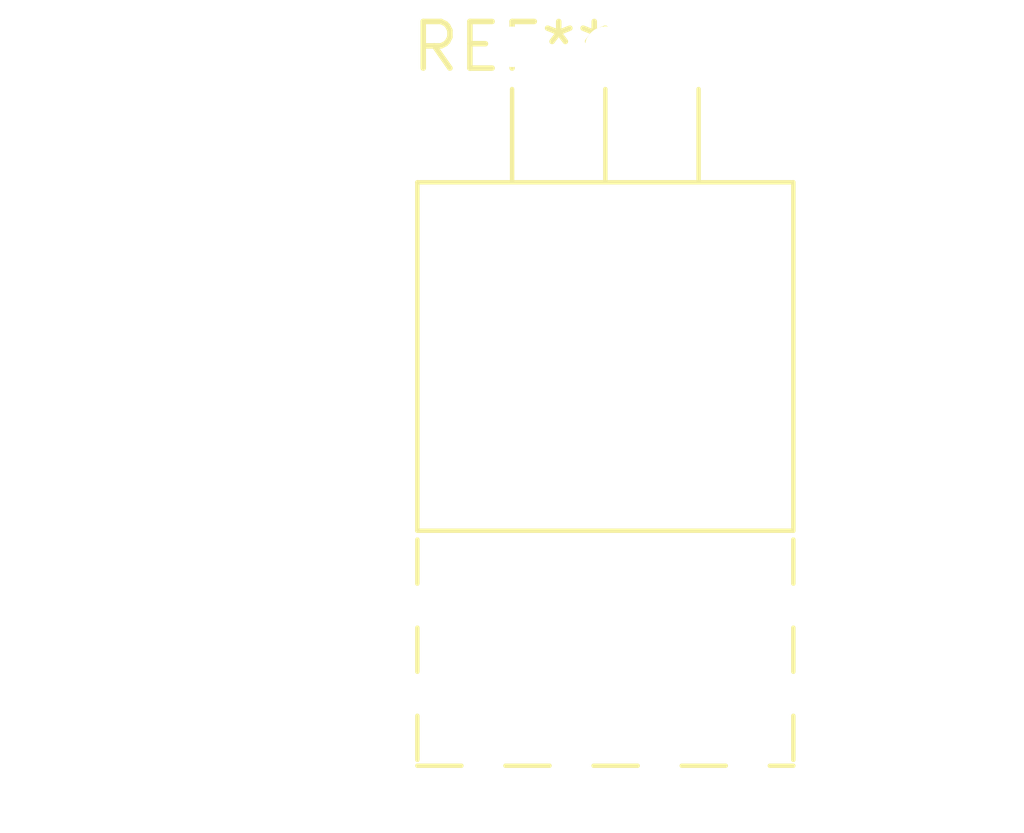
<source format=kicad_pcb>
(kicad_pcb (version 20240108) (generator pcbnew)
  (layers (0 "F.Cu" signal) (31 "B.Cu" signal) (34 "B.Paste" user) (35 "F.Paste" user) (36 "B.SilkS" user "B.Silkscreen") (37 "F.SilkS" user "F.Silkscreen") (38 "B.Mask" user) (39 "F.Mask" user) (44 "Edge.Cuts" user))
  (net 0 "")
  (footprint "TO-220-3_Horizontal_TabUp" (layer "F.Cu") (at 0 0)
    (property "Reference" "REF**")
    (property "Value" "TO-220-3_Horizontal_TabUp")
    (fp_line (start -2.58 3.69) (end -2.58 13.18) (layer "F.SilkS") (stroke (width 0.12)))
    (fp_line (start -2.58 3.69) (end 7.66 3.69) (layer "F.SilkS") (stroke (width 0.12)))
    (fp_line (start -2.58 13.18) (end 7.66 13.18) (layer "F.SilkS") (stroke (width 0.12)))
    (fp_line (start -2.58 13.42) (end -2.58 14.62) (layer "F.SilkS") (stroke (width 0.12)))
    (fp_line (start -2.58 15.82) (end -2.58 17.02) (layer "F.SilkS") (stroke (width 0.12)))
    (fp_line (start -2.58 18.22) (end -2.58 19.42) (layer "F.SilkS") (stroke (width 0.12)))
    (fp_line (start -2.58 19.58) (end -1.38 19.58) (layer "F.SilkS") (stroke (width 0.12)))
    (fp_line (start -0.181 19.58) (end 1.02 19.58) (layer "F.SilkS") (stroke (width 0.12)))
    (fp_line (start 0 1.15) (end 0 3.69) (layer "F.SilkS") (stroke (width 0.12)))
    (fp_line (start 2.22 19.58) (end 3.42 19.58) (layer "F.SilkS") (stroke (width 0.12)))
    (fp_line (start 2.54 1.15) (end 2.54 3.69) (layer "F.SilkS") (stroke (width 0.12)))
    (fp_line (start 4.62 19.58) (end 5.82 19.58) (layer "F.SilkS") (stroke (width 0.12)))
    (fp_line (start 5.08 1.15) (end 5.08 3.69) (layer "F.SilkS") (stroke (width 0.12)))
    (fp_line (start 7.02 19.58) (end 7.66 19.58) (layer "F.SilkS") (stroke (width 0.12)))
    (fp_line (start 7.66 3.69) (end 7.66 13.18) (layer "F.SilkS") (stroke (width 0.12)))
    (fp_line (start 7.66 13.42) (end 7.66 14.62) (layer "F.SilkS") (stroke (width 0.12)))
    (fp_line (start 7.66 15.82) (end 7.66 17.02) (layer "F.SilkS") (stroke (width 0.12)))
    (fp_line (start 7.66 18.22) (end 7.66 19.42) (layer "F.SilkS") (stroke (width 0.12)))
    (pad "" np_thru_hole oval (at 2.54 16.66) (size 3.5 3.5) (drill 3.5) (layers *.Cu *.Mask))
    (pad "1" thru_hole rect (at 0 0) (size 1.905 2) (drill 1.1) (layers *.Cu *.Mask) (remove_unused_layers))
    (pad "2" thru_hole oval (at 2.54 0) (size 1.905 2) (drill 1.1) (layers *.Cu *.Mask) (remove_unused_layers))
    (pad "3" thru_hole oval (at 5.08 0) (size 1.905 2) (drill 1.1) (layers *.Cu *.Mask) (remove_unused_layers))
  )
)
</source>
